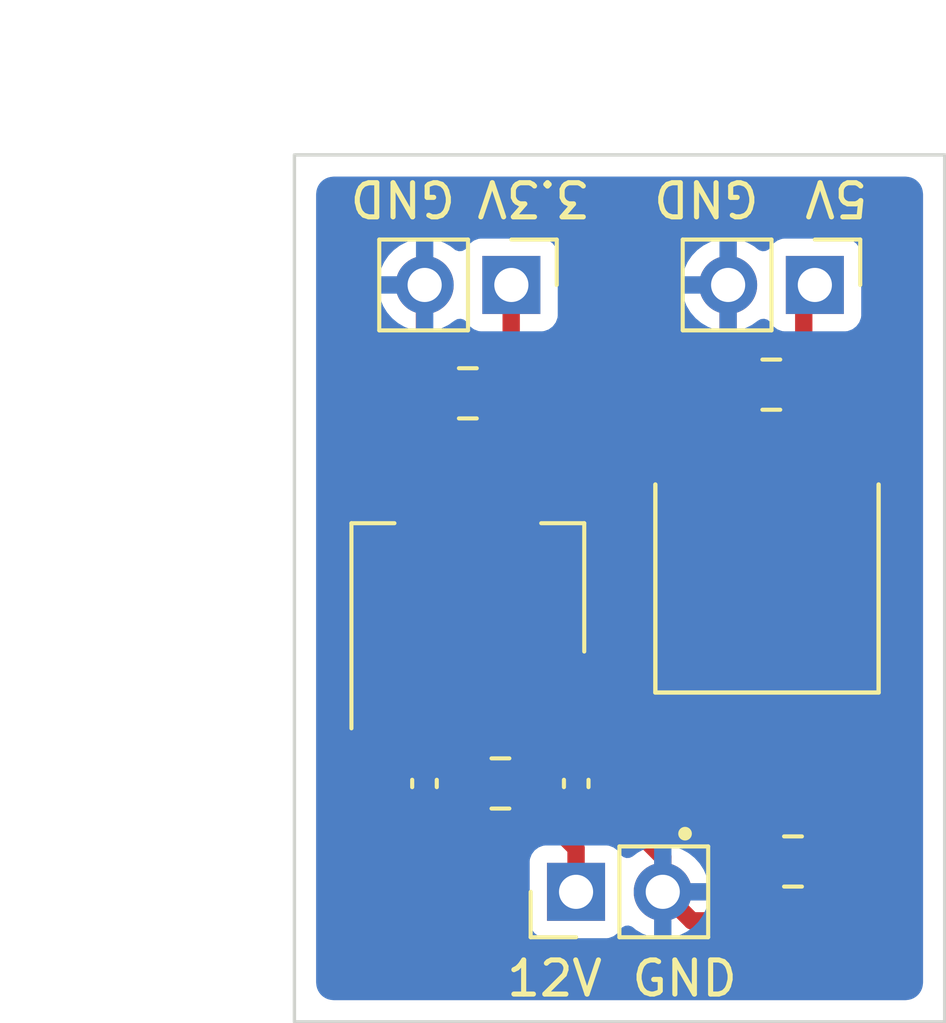
<source format=kicad_pcb>
(kicad_pcb (version 20211014) (generator pcbnew)
  (layers (0 "F.Cu" signal) (31 "B.Cu" signal) (34 "B.Paste" user) (35 "F.Paste" user) (36 "B.SilkS" user "B.Silkscreen") (37 "F.SilkS" user "F.Silkscreen") (38 "B.Mask" user) (39 "F.Mask" user) (44 "Edge.Cuts" user))
  (net 0 "")
  (net 1 "+12V")
  (net 2 "GND")
  (net 3 "+3V3")
  (net 4 "+5V")
  (footprint "Connector_PinHeader_2.54mm:PinHeader_1x02_P2.54mm_Vertical" (layer "F.Cu") (at 90.175 78.105 -90)
    (fp_text reference "J2" hide)
    (fp_text value "OUTPUT_5V")
    (fp_line (start -1.33 0) (end -1.33 -1.33) (layer "F.SilkS") (width 0.12))
    (fp_line (start -1.33 1.27) (end -1.33 3.87) (layer "F.SilkS") (width 0.12))
    (fp_line (start -1.33 3.87) (end 1.33 3.87) (layer "F.SilkS") (width 0.12))
    (fp_line (start 1.33 1.27) (end 1.33 3.87) (layer "F.SilkS") (width 0.12))
    (fp_line (start -1.33 1.27) (end 1.33 1.27) (layer "F.SilkS") (width 0.12))
    (fp_line (start -1.33 -1.33) (end 0 -1.33) (layer "F.SilkS") (width 0.12))
    (pad "1" thru_hole rect (at 0 0 270) (size 1.7 1.7) (drill 1) (layers *.Cu *.Mask) (net 3 "+3V3"))
    (pad "2" thru_hole oval (at 0 2.54 270) (size 1.7 1.7) (drill 1) (layers *.Cu *.Mask) (net 2 "GND"))
  )
  (footprint "Capacitor_SMD:C_0402_1005Metric" (layer "F.Cu") (at 87.63 92.71 -90)
    (fp_text reference "C3" hide)
    (fp_text value "100nF")
    (fp_line (start -0.107836 0.36) (end 0.107836 0.36) (layer "F.SilkS") (width 0.12))
    (fp_line (start -0.107836 -0.36) (end 0.107836 -0.36) (layer "F.SilkS") (width 0.12))
    (pad "1" smd roundrect (at -0.48 0 270) (size 0.56 0.62) (layers "F.Cu" "F.Paste" "F.Mask") (net 3 "+3V3"))
    (pad "2" smd roundrect (at 0.48 0 270) (size 0.56 0.62) (layers "F.Cu" "F.Paste" "F.Mask") (net 2 "GND"))
  )
  (footprint "01-rickbassham:TO229P990X238-4N" (layer "F.Cu") (at 97.663 87.981 90)
    (fp_text reference "U2" hide)
    (fp_text value "MC7805BDTG")
    (fp_line (start 4.03 -3.27) (end -2.065 -3.27) (layer "F.SilkS") (width 0.127))
    (fp_line (start -2.065 3.27) (end 4.03 3.27) (layer "F.SilkS") (width 0.127))
    (fp_line (start -2.065 -3.27) (end -2.065 3.27) (layer "F.SilkS") (width 0.127))
    (fp_circle (center -6.2 -2.4) (end -6.1 -2.4) (layer "F.SilkS") (width 0.2) (fill none))
    (pad "1" smd rect (at -4.14 -2.29 90) (size 2.83 0.97) (layers "F.Cu" "F.Paste" "F.Mask") (net 1 "+12V"))
    (pad "3" smd rect (at -4.14 2.29 90) (size 2.83 0.97) (layers "F.Cu" "F.Paste" "F.Mask") (net 4 "+5V"))
    (pad "4" smd rect (at 2.51 0 90) (size 6.09 5.63) (layers "F.Cu" "F.Mask") (net 2 "GND"))
  )
  (footprint "Capacitor_SMD:C_0805_2012Metric" (layer "F.Cu") (at 97.79 81.026 180)
    (fp_text reference "C6" hide)
    (fp_text value "1uF")
    (fp_line (start -0.261252 -0.735) (end 0.261252 -0.735) (layer "F.SilkS") (width 0.12))
    (fp_line (start -0.261252 0.735) (end 0.261252 0.735) (layer "F.SilkS") (width 0.12))
    (pad "1" smd roundrect (at -0.95 0 180) (size 1 1.45) (layers "F.Cu" "F.Paste" "F.Mask") (net 4 "+5V"))
    (pad "2" smd roundrect (at 0.95 0 180) (size 1 1.45) (layers "F.Cu" "F.Paste" "F.Mask") (net 2 "GND"))
  )
  (footprint "Capacitor_SMD:C_0805_2012Metric" (layer "F.Cu") (at 88.9 81.28 180)
    (fp_text reference "C4" hide)
    (fp_text value "22uF")
    (fp_line (start -0.261252 -0.735) (end 0.261252 -0.735) (layer "F.SilkS") (width 0.12))
    (fp_line (start -0.261252 0.735) (end 0.261252 0.735) (layer "F.SilkS") (width 0.12))
    (pad "1" smd roundrect (at -0.95 0 180) (size 1 1.45) (layers "F.Cu" "F.Paste" "F.Mask") (net 3 "+3V3"))
    (pad "2" smd roundrect (at 0.95 0 180) (size 1 1.45) (layers "F.Cu" "F.Paste" "F.Mask") (net 2 "GND"))
  )
  (footprint "Capacitor_SMD:C_0402_1005Metric" (layer "F.Cu") (at 92.075 92.71 -90)
    (fp_text reference "C2" hide)
    (fp_text value "100nF")
    (fp_line (start -0.107836 -0.36) (end 0.107836 -0.36) (layer "F.SilkS") (width 0.12))
    (fp_line (start -0.107836 0.36) (end 0.107836 0.36) (layer "F.SilkS") (width 0.12))
    (pad "1" smd roundrect (at -0.48 0 270) (size 0.56 0.62) (layers "F.Cu" "F.Paste" "F.Mask") (net 1 "+12V"))
    (pad "2" smd roundrect (at 0.48 0 270) (size 0.56 0.62) (layers "F.Cu" "F.Paste" "F.Mask") (net 2 "GND"))
  )
  (footprint "Connector_PinHeader_2.54mm:PinHeader_1x02_P2.54mm_Vertical" (layer "F.Cu") (at 92.07 95.885 90)
    (fp_text reference "J1" hide)
    (fp_text value "INPUT")
    (fp_line (start -1.33 -1.33) (end 0 -1.33) (layer "F.SilkS") (width 0.12))
    (fp_line (start -1.33 0) (end -1.33 -1.33) (layer "F.SilkS") (width 0.12))
    (fp_line (start -1.33 1.27) (end -1.33 3.87) (layer "F.SilkS") (width 0.12))
    (fp_line (start -1.33 3.87) (end 1.33 3.87) (layer "F.SilkS") (width 0.12))
    (fp_line (start 1.33 1.27) (end 1.33 3.87) (layer "F.SilkS") (width 0.12))
    (fp_line (start -1.33 1.27) (end 1.33 1.27) (layer "F.SilkS") (width 0.12))
    (pad "1" thru_hole rect (at 0 0 90) (size 1.7 1.7) (drill 1) (layers *.Cu *.Mask) (net 1 "+12V"))
    (pad "2" thru_hole oval (at 0 2.54 90) (size 1.7 1.7) (drill 1) (layers *.Cu *.Mask) (net 2 "GND"))
  )
  (footprint "Package_TO_SOT_SMD:SOT-223-3_TabPin2" (layer "F.Cu") (at 88.9 86.995 90)
    (fp_text reference "U1" hide)
    (fp_text value "AMS1117-3.3")
    (fp_line (start 1.91 -3.41) (end 1.91 -2.15) (layer "F.SilkS") (width 0.12))
    (fp_line (start -1.85 3.41) (end 1.91 3.41) (layer "F.SilkS") (width 0.12))
    (fp_line (start -4.1 -3.41) (end 1.91 -3.41) (layer "F.SilkS") (width 0.12))
    (fp_line (start 1.91 3.41) (end 1.91 2.15) (layer "F.SilkS") (width 0.12))
    (pad "1" smd rect (at -3.15 -2.3 90) (size 2 1.5) (layers "F.Cu" "F.Paste" "F.Mask") (net 2 "GND"))
    (pad "2" smd rect (at 3.15 0 90) (size 2 3.8) (layers "F.Cu" "F.Paste" "F.Mask") (net 3 "+3V3"))
    (pad "2" smd rect (at -3.15 0 90) (size 2 1.5) (layers "F.Cu" "F.Paste" "F.Mask") (net 3 "+3V3"))
    (pad "3" smd rect (at -3.15 2.3 90) (size 2 1.5) (layers "F.Cu" "F.Paste" "F.Mask") (net 1 "+12V"))
  )
  (footprint "Connector_PinHeader_2.54mm:PinHeader_1x02_P2.54mm_Vertical" (layer "F.Cu") (at 99.065 78.105 -90)
    (fp_text reference "J3" hide)
    (fp_text value "OUTPUT_3.3V")
    (fp_line (start -1.33 1.27) (end 1.33 1.27) (layer "F.SilkS") (width 0.12))
    (fp_line (start -1.33 3.87) (end 1.33 3.87) (layer "F.SilkS") (width 0.12))
    (fp_line (start 1.33 1.27) (end 1.33 3.87) (layer "F.SilkS") (width 0.12))
    (fp_line (start -1.33 -1.33) (end 0 -1.33) (layer "F.SilkS") (width 0.12))
    (fp_line (start -1.33 0) (end -1.33 -1.33) (layer "F.SilkS") (width 0.12))
    (fp_line (start -1.33 1.27) (end -1.33 3.87) (layer "F.SilkS") (width 0.12))
    (pad "1" thru_hole rect (at 0 0 270) (size 1.7 1.7) (drill 1) (layers *.Cu *.Mask) (net 4 "+5V"))
    (pad "2" thru_hole oval (at 0 2.54 270) (size 1.7 1.7) (drill 1) (layers *.Cu *.Mask) (net 2 "GND"))
  )
  (footprint "Capacitor_SMD:C_0805_2012Metric" (layer "F.Cu") (at 89.855 92.71 180)
    (fp_text reference "C1" hide)
    (fp_text value "22uF")
    (fp_line (start -0.261252 -0.735) (end 0.261252 -0.735) (layer "F.SilkS") (width 0.12))
    (fp_line (start -0.261252 0.735) (end 0.261252 0.735) (layer "F.SilkS") (width 0.12))
    (pad "1" smd roundrect (at -0.95 0 180) (size 1 1.45) (layers "F.Cu" "F.Paste" "F.Mask") (net 1 "+12V"))
    (pad "2" smd roundrect (at 0.95 0 180) (size 1 1.45) (layers "F.Cu" "F.Paste" "F.Mask") (net 2 "GND"))
  )
  (footprint "Capacitor_SMD:C_0805_2012Metric" (layer "F.Cu") (at 98.425 94.996)
    (fp_text reference "C5" hide)
    (fp_text value "0.33uF")
    (fp_line (start -0.261252 -0.735) (end 0.261252 -0.735) (layer "F.SilkS") (width 0.12))
    (fp_line (start -0.261252 0.735) (end 0.261252 0.735) (layer "F.SilkS") (width 0.12))
    (pad "1" smd roundrect (at -0.95 0) (size 1 1.45) (layers "F.Cu" "F.Paste" "F.Mask") (net 1 "+12V"))
    (pad "2" smd roundrect (at 0.95 0) (size 1 1.45) (layers "F.Cu" "F.Paste" "F.Mask") (net 2 "GND"))
  )
  (gr_rect (start 83.82 74.295) (end 102.87 99.695) (layer "Edge.Cuts") (width 0.1) (fill none))
  (gr_text "GND" (at 95.885 75.565 180) (layer "F.SilkS") (effects (font (size 1 1))))
  (gr_text "12V" (at 91.44 98.425) (layer "F.SilkS") (effects (font (size 1 1))))
  (gr_text "GND" (at 95.25 98.425) (layer "F.SilkS") (effects (font (size 1 1))))
  (gr_text "3.3V" (at 90.805 75.565 180) (layer "F.SilkS") (effects (font (size 1 1))))
  (gr_text "GND" (at 86.995 75.565 180) (layer "F.SilkS") (effects (font (size 1 1))))
  (gr_text "5V" (at 99.695 75.565 180) (layer "F.SilkS") (effects (font (size 1 1))))
  (segment (start 92.075 91.02) (end 91.2 90.145) (width 0.508) (layer "F.Cu") (net 1))
  (segment (start 90.805 92.71) (end 91.285 92.23) (width 0.508) (layer "F.Cu") (net 1))
  (segment (start 95.264 92.23) (end 95.373 92.121) (width 0.508) (layer "F.Cu") (net 1))
  (segment (start 90.805 93.345) (end 90.805 92.71) (width 0.508) (layer "F.Cu") (net 1))
  (segment (start 92.07 95.885) (end 92.07 94.61) (width 0.508) (layer "F.Cu") (net 1))
  (segment (start 95.373 92.894) (end 97.475 94.996) (width 0.508) (layer "F.Cu") (net 1))
  (segment (start 92.07 94.61) (end 90.805 93.345) (width 0.508) (layer "F.Cu") (net 1))
  (segment (start 95.373 92.121) (end 95.373 92.894) (width 0.508) (layer "F.Cu") (net 1))
  (segment (start 92.075 92.23) (end 92.075 91.02) (width 0.508) (layer "F.Cu") (net 1))
  (segment (start 92.075 92.23) (end 95.264 92.23) (width 0.508) (layer "F.Cu") (net 1))
  (segment (start 91.285 92.23) (end 92.075 92.23) (width 0.508) (layer "F.Cu") (net 1))
  (segment (start 92.936 93.19) (end 94.61 94.864) (width 0.508) (layer "F.Cu") (net 2))
  (segment (start 87.63 78.11) (end 87.635 78.105) (width 0.508) (layer "F.Cu") (net 2))
  (segment (start 94.61 95.885) (end 95.46 96.735) (width 0.508) (layer "F.Cu") (net 2))
  (segment (start 87.63 93.19) (end 88.425 93.19) (width 0.508) (layer "F.Cu") (net 2))
  (segment (start 97.663 81.849) (end 96.84 81.026) (width 0.508) (layer "F.Cu") (net 2))
  (segment (start 92.075 93.19) (end 92.936 93.19) (width 0.508) (layer "F.Cu") (net 2))
  (segment (start 96.525 80.711) (end 96.84 81.026) (width 0.508) (layer "F.Cu") (net 2))
  (segment (start 87.63 80.96) (end 87.63 78.11) (width 0.508) (layer "F.Cu") (net 2))
  (segment (start 96.525 78.105) (end 96.525 80.711) (width 0.508) (layer "F.Cu") (net 2))
  (segment (start 86.546489 82.391489) (end 87.657978 81.28) (width 0.508) (layer "F.Cu") (net 2))
  (segment (start 87.440636 93.19) (end 86.6 92.349364) (width 0.508) (layer "F.Cu") (net 2))
  (segment (start 86.6 92.349364) (end 86.6 90.145) (width 0.508) (layer "F.Cu") (net 2))
  (segment (start 87.95 81.28) (end 87.63 80.96) (width 0.508) (layer "F.Cu") (net 2))
  (segment (start 95.46 96.735) (end 97.636 96.735) (width 0.508) (layer "F.Cu") (net 2))
  (segment (start 87.657978 81.28) (end 87.95 81.28) (width 0.508) (layer "F.Cu") (net 2))
  (segment (start 94.61 94.864) (end 94.61 95.885) (width 0.508) (layer "F.Cu") (net 2))
  (segment (start 86.6 90.145) (end 86.546489 90.091489) (width 0.508) (layer "F.Cu") (net 2))
  (segment (start 87.63 93.19) (end 87.440636 93.19) (width 0.508) (layer "F.Cu") (net 2))
  (segment (start 94.615 95.88) (end 94.61 95.885) (width 0.508) (layer "F.Cu") (net 2))
  (segment (start 86.546489 90.091489) (end 86.546489 82.391489) (width 0.508) (layer "F.Cu") (net 2))
  (segment (start 97.636 96.735) (end 99.375 94.996) (width 0.508) (layer "F.Cu") (net 2))
  (segment (start 97.663 85.471) (end 97.663 81.849) (width 0.508) (layer "F.Cu") (net 2))
  (segment (start 88.425 93.19) (end 88.905 92.71) (width 0.508) (layer "F.Cu") (net 2))
  (segment (start 88.9 82.23) (end 89.85 81.28) (width 0.508) (layer "F.Cu") (net 3))
  (segment (start 88.9 83.845) (end 88.9 82.23) (width 0.508) (layer "F.Cu") (net 3))
  (segment (start 89.85 81.28) (end 90.17 80.96) (width 0.508) (layer "F.Cu") (net 3))
  (segment (start 87.63 92.23) (end 88.9 90.96) (width 0.508) (layer "F.Cu") (net 3))
  (segment (start 88.9 90.96) (end 88.9 90.145) (width 0.508) (layer "F.Cu") (net 3))
  (segment (start 90.17 78.11) (end 90.175 78.105) (width 0.508) (layer "F.Cu") (net 3))
  (segment (start 90.17 80.96) (end 90.17 78.11) (width 0.508) (layer "F.Cu") (net 3))
  (segment (start 88.9 83.845) (end 88.9 90.145) (width 0.508) (layer "F.Cu") (net 3))
  (segment (start 99.953 92.121) (end 100.931511 91.142489) (width 0.508) (layer "F.Cu") (net 4))
  (segment (start 100.931511 82.008511) (end 99.949 81.026) (width 0.508) (layer "F.Cu") (net 4))
  (segment (start 98.74 78.43) (end 99.065 78.105) (width 0.508) (layer "F.Cu") (net 4))
  (segment (start 100.931511 91.142489) (end 100.931511 82.008511) (width 0.508) (layer "F.Cu") (net 4))
  (segment (start 98.74 81.026) (end 98.74 78.43) (width 0.508) (layer "F.Cu") (net 4))
  (segment (start 99.949 81.026) (end 98.74 81.026) (width 0.508) (layer "F.Cu") (net 4))
  (zone (net 2) (net_name "GND") (layer "B.Cu") (connect_pads thru_hole_only (clearance 0.508)) (min_thickness 0.508) (fill yes (thermal_gap 0.508) (thermal_bridge_width 0.508) (smoothing fillet) (radius 0.508))
    (polygon (pts (xy 102.235 99.06) (xy 84.455 99.06) (xy 84.455 74.93) (xy 102.235 74.93)))
  )
)
</source>
